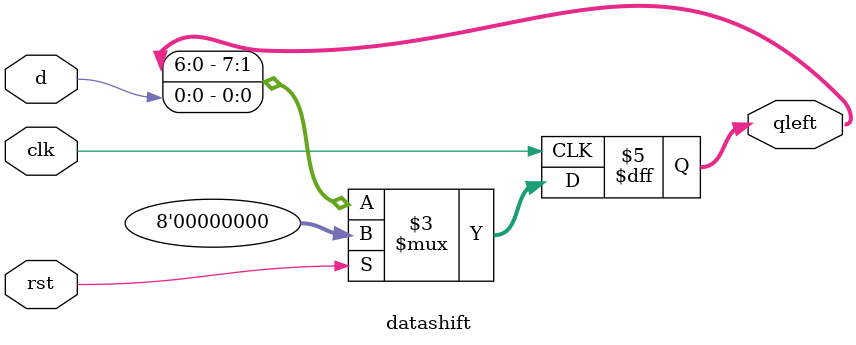
<source format=v>
module datashift(clk,rst,d,qleft);

input clk;//系统时钟
input rst;
input d;//移位寄存器输人数据
output [7:0] qleft;//移位寄存器左移并行输出信号
//output [7:0] qright;//移位寄存器右移并行输出信号

reg [7:0] qleft;
//reg [7:0] qright;

always@(posedge clk)
begin
  if(rst)
    qleft<=0;
  else
  //利用连接操作符实现移位操作
     qleft<={qleft[6:0],d};
  //另一种描述方式
//qleft[7]<=qleft[6];
//qleft[6]<=qleft[5];
//qleft[5]<=qleft[4];
//qleft[4]<=qleft[3];
//qleft[3]<=qleft[2];
//qleft[2]<=qleft[1];
//qleft[1]<=qleft[0];
//qleft[0]<=d;
end

//always@(posedge clk)                
//begin 
//  if(rst)
//    qright<=0;
//  else
//  //利用连接操作符实现移位操作     
////    qright<={d,qright[7:1]};           
//  //另一种描述方式  
//qright[7]<=d;              
//qright[6]<=qright[7];              
//qright[5]<=qright[6];              
//qright[4]<=qright[5];              
//qright[3]<=qright[4];              
//qright[2]<=qright[3];              
//qright[1]<=qright[2];              
//qright[0]<=qright[1];              
//                    
//end                                
endmodule   

</source>
